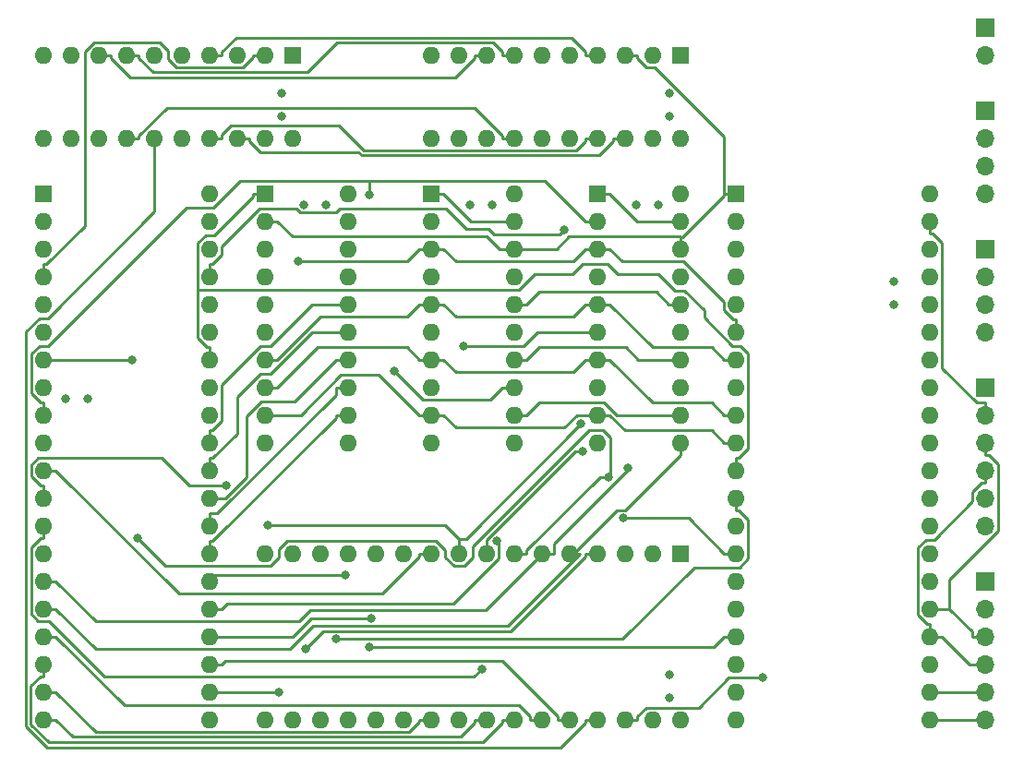
<source format=gtl>
G04 #@! TF.GenerationSoftware,KiCad,Pcbnew,6.0.5-a6ca702e91~116~ubuntu20.04.1*
G04 #@! TF.CreationDate,2022-05-31T07:59:30+02:00*
G04 #@! TF.ProjectId,PZ1_Pico,505a315f-5069-4636-9f2e-6b696361645f,rev?*
G04 #@! TF.SameCoordinates,Original*
G04 #@! TF.FileFunction,Copper,L1,Top*
G04 #@! TF.FilePolarity,Positive*
%FSLAX46Y46*%
G04 Gerber Fmt 4.6, Leading zero omitted, Abs format (unit mm)*
G04 Created by KiCad (PCBNEW 6.0.5-a6ca702e91~116~ubuntu20.04.1) date 2022-05-31 07:59:30*
%MOMM*%
%LPD*%
G01*
G04 APERTURE LIST*
G04 #@! TA.AperFunction,ComponentPad*
%ADD10R,1.600000X1.600000*%
G04 #@! TD*
G04 #@! TA.AperFunction,ComponentPad*
%ADD11O,1.600000X1.600000*%
G04 #@! TD*
G04 #@! TA.AperFunction,ComponentPad*
%ADD12R,1.700000X1.700000*%
G04 #@! TD*
G04 #@! TA.AperFunction,ComponentPad*
%ADD13O,1.700000X1.700000*%
G04 #@! TD*
G04 #@! TA.AperFunction,ViaPad*
%ADD14C,0.800000*%
G04 #@! TD*
G04 #@! TA.AperFunction,Conductor*
%ADD15C,0.250000*%
G04 #@! TD*
G04 APERTURE END LIST*
D10*
X147320000Y-93980000D03*
D11*
X144780000Y-93980000D03*
X142240000Y-93980000D03*
X139700000Y-93980000D03*
X137160000Y-93980000D03*
X134620000Y-93980000D03*
X132080000Y-93980000D03*
X129540000Y-93980000D03*
X127000000Y-93980000D03*
X124460000Y-93980000D03*
X124460000Y-101600000D03*
X127000000Y-101600000D03*
X129540000Y-101600000D03*
X132080000Y-101600000D03*
X134620000Y-101600000D03*
X137160000Y-101600000D03*
X139700000Y-101600000D03*
X142240000Y-101600000D03*
X144780000Y-101600000D03*
X147320000Y-101600000D03*
D10*
X175260000Y-106685000D03*
D11*
X175260000Y-109225000D03*
X175260000Y-111765000D03*
X175260000Y-114305000D03*
X175260000Y-116845000D03*
X175260000Y-119385000D03*
X175260000Y-121925000D03*
X175260000Y-124465000D03*
X175260000Y-127005000D03*
X175260000Y-129545000D03*
X182880000Y-129545000D03*
X182880000Y-127005000D03*
X182880000Y-124465000D03*
X182880000Y-121925000D03*
X182880000Y-119385000D03*
X182880000Y-116845000D03*
X182880000Y-114305000D03*
X182880000Y-111765000D03*
X182880000Y-109225000D03*
X182880000Y-106685000D03*
D10*
X182880000Y-139720000D03*
D11*
X180340000Y-139720000D03*
X177800000Y-139720000D03*
X175260000Y-139720000D03*
X172720000Y-139720000D03*
X170180000Y-139720000D03*
X167640000Y-139720000D03*
X165100000Y-139720000D03*
X162560000Y-139720000D03*
X160020000Y-139720000D03*
X157480000Y-139720000D03*
X154940000Y-139720000D03*
X152400000Y-139720000D03*
X149860000Y-139720000D03*
X147320000Y-139720000D03*
X144780000Y-139720000D03*
X144780000Y-154960000D03*
X147320000Y-154960000D03*
X149860000Y-154960000D03*
X152400000Y-154960000D03*
X154940000Y-154960000D03*
X157480000Y-154960000D03*
X160020000Y-154960000D03*
X162560000Y-154960000D03*
X165100000Y-154960000D03*
X167640000Y-154960000D03*
X170180000Y-154960000D03*
X172720000Y-154960000D03*
X175260000Y-154960000D03*
X177800000Y-154960000D03*
X180340000Y-154960000D03*
X182880000Y-154960000D03*
D10*
X160020000Y-106685000D03*
D11*
X160020000Y-109225000D03*
X160020000Y-111765000D03*
X160020000Y-114305000D03*
X160020000Y-116845000D03*
X160020000Y-119385000D03*
X160020000Y-121925000D03*
X160020000Y-124465000D03*
X160020000Y-127005000D03*
X160020000Y-129545000D03*
X167640000Y-129545000D03*
X167640000Y-127005000D03*
X167640000Y-124465000D03*
X167640000Y-121925000D03*
X167640000Y-119385000D03*
X167640000Y-116845000D03*
X167640000Y-114305000D03*
X167640000Y-111765000D03*
X167640000Y-109225000D03*
X167640000Y-106685000D03*
D12*
X210820000Y-111760000D03*
D13*
X210820000Y-114300000D03*
X210820000Y-116840000D03*
X210820000Y-119380000D03*
D10*
X124455000Y-106680000D03*
D11*
X124455000Y-109220000D03*
X124455000Y-111760000D03*
X124455000Y-114300000D03*
X124455000Y-116840000D03*
X124455000Y-119380000D03*
X124455000Y-121920000D03*
X124455000Y-124460000D03*
X124455000Y-127000000D03*
X124455000Y-129540000D03*
X124455000Y-132080000D03*
X124455000Y-134620000D03*
X124455000Y-137160000D03*
X124455000Y-139700000D03*
X124455000Y-142240000D03*
X124455000Y-144780000D03*
X124455000Y-147320000D03*
X124455000Y-149860000D03*
X124455000Y-152400000D03*
X124455000Y-154940000D03*
X139695000Y-154940000D03*
X139695000Y-152400000D03*
X139695000Y-149860000D03*
X139695000Y-147320000D03*
X139695000Y-144780000D03*
X139695000Y-142240000D03*
X139695000Y-139700000D03*
X139695000Y-137160000D03*
X139695000Y-134620000D03*
X139695000Y-132080000D03*
X139695000Y-129540000D03*
X139695000Y-127000000D03*
X139695000Y-124460000D03*
X139695000Y-121920000D03*
X139695000Y-119380000D03*
X139695000Y-116840000D03*
X139695000Y-114300000D03*
X139695000Y-111760000D03*
X139695000Y-109220000D03*
X139695000Y-106680000D03*
D12*
X210820000Y-142240000D03*
D13*
X210820000Y-144780000D03*
X210820000Y-147320000D03*
X210820000Y-149860000D03*
X210820000Y-152400000D03*
X210820000Y-154940000D03*
D12*
X210820000Y-99060000D03*
D13*
X210820000Y-101600000D03*
X210820000Y-104140000D03*
X210820000Y-106680000D03*
D12*
X210820000Y-91440000D03*
D13*
X210820000Y-93980000D03*
D10*
X187960000Y-106680000D03*
D11*
X187960000Y-109220000D03*
X187960000Y-111760000D03*
X187960000Y-114300000D03*
X187960000Y-116840000D03*
X187960000Y-119380000D03*
X187960000Y-121920000D03*
X187960000Y-124460000D03*
X187960000Y-127000000D03*
X187960000Y-129540000D03*
X187960000Y-132080000D03*
X187960000Y-134620000D03*
X187960000Y-137160000D03*
X187960000Y-139700000D03*
X187960000Y-142240000D03*
X187960000Y-144780000D03*
X187960000Y-147320000D03*
X187960000Y-149860000D03*
X187960000Y-152400000D03*
X187960000Y-154940000D03*
X205740000Y-154940000D03*
X205740000Y-152400000D03*
X205740000Y-149860000D03*
X205740000Y-147320000D03*
X205740000Y-144780000D03*
X205740000Y-142240000D03*
X205740000Y-139700000D03*
X205740000Y-137160000D03*
X205740000Y-134620000D03*
X205740000Y-132080000D03*
X205740000Y-129540000D03*
X205740000Y-127000000D03*
X205740000Y-124460000D03*
X205740000Y-121920000D03*
X205740000Y-119380000D03*
X205740000Y-116840000D03*
X205740000Y-114300000D03*
X205740000Y-111760000D03*
X205740000Y-109220000D03*
X205740000Y-106680000D03*
D12*
X210820000Y-124460000D03*
D13*
X210820000Y-127000000D03*
X210820000Y-129540000D03*
X210820000Y-132080000D03*
X210820000Y-134620000D03*
X210820000Y-137160000D03*
D10*
X182880000Y-93980000D03*
D11*
X180340000Y-93980000D03*
X177800000Y-93980000D03*
X175260000Y-93980000D03*
X172720000Y-93980000D03*
X170180000Y-93980000D03*
X167640000Y-93980000D03*
X165100000Y-93980000D03*
X162560000Y-93980000D03*
X160020000Y-93980000D03*
X160020000Y-101600000D03*
X162560000Y-101600000D03*
X165100000Y-101600000D03*
X167640000Y-101600000D03*
X170180000Y-101600000D03*
X172720000Y-101600000D03*
X175260000Y-101600000D03*
X177800000Y-101600000D03*
X180340000Y-101600000D03*
X182880000Y-101600000D03*
D10*
X144780000Y-106685000D03*
D11*
X144780000Y-109225000D03*
X144780000Y-111765000D03*
X144780000Y-114305000D03*
X144780000Y-116845000D03*
X144780000Y-119385000D03*
X144780000Y-121925000D03*
X144780000Y-124465000D03*
X144780000Y-127005000D03*
X144780000Y-129545000D03*
X152400000Y-129545000D03*
X152400000Y-127005000D03*
X152400000Y-124465000D03*
X152400000Y-121925000D03*
X152400000Y-119385000D03*
X152400000Y-116845000D03*
X152400000Y-114305000D03*
X152400000Y-111765000D03*
X152400000Y-109225000D03*
X152400000Y-106685000D03*
D14*
X165998500Y-138550700D03*
X154472700Y-145640700D03*
X156583600Y-122958400D03*
X154332000Y-148280100D03*
X177629800Y-136474500D03*
X172184700Y-110049200D03*
X132616500Y-121920000D03*
X151310900Y-147554800D03*
X147856500Y-112890300D03*
X190441600Y-151107800D03*
X152129100Y-141677300D03*
X154341800Y-106806400D03*
X162933400Y-120655000D03*
X141249400Y-133442200D03*
X144991600Y-137099600D03*
X173759100Y-127836400D03*
X173877200Y-130308600D03*
X164642500Y-150299600D03*
X176293600Y-132724900D03*
X133070900Y-138282700D03*
X178032600Y-131901500D03*
X146057000Y-152400000D03*
X148473800Y-148434800D03*
X202438000Y-116840000D03*
X180848000Y-107701000D03*
X146304000Y-99568000D03*
X165608000Y-107701000D03*
X181863971Y-99568000D03*
X150368000Y-107701000D03*
X181864000Y-152908000D03*
X126487000Y-125476000D03*
X181863971Y-97493000D03*
X148293000Y-107701000D03*
X181864000Y-150833000D03*
X163533000Y-107701000D03*
X146304000Y-97493000D03*
X128519000Y-125476000D03*
X202438000Y-114765000D03*
X178773000Y-107701000D03*
D15*
X206021400Y-110345300D02*
X205740000Y-110345300D01*
X206865300Y-111189200D02*
X206021400Y-110345300D01*
X206865300Y-122678100D02*
X206865300Y-111189200D01*
X210011900Y-125824700D02*
X206865300Y-122678100D01*
X210820000Y-125824700D02*
X210011900Y-125824700D01*
X210820000Y-127000000D02*
X210820000Y-125824700D01*
X205740000Y-109220000D02*
X205740000Y-110345300D01*
X144780000Y-106685000D02*
X143654700Y-106685000D01*
X139695000Y-121920000D02*
X139695000Y-120794700D01*
X187960000Y-132080000D02*
X187960000Y-130954700D01*
X188241400Y-130954700D02*
X187960000Y-130954700D01*
X189085300Y-130110800D02*
X188241400Y-130954700D01*
X189085300Y-121376400D02*
X189085300Y-130110800D01*
X188358900Y-120650000D02*
X189085300Y-121376400D01*
X187632500Y-120650000D02*
X188358900Y-120650000D01*
X185051800Y-118069300D02*
X187632500Y-120650000D01*
X185051800Y-117404500D02*
X185051800Y-118069300D01*
X183222300Y-115575000D02*
X185051800Y-117404500D01*
X182349800Y-115575000D02*
X183222300Y-115575000D01*
X180824000Y-114049200D02*
X182349800Y-115575000D01*
X177093900Y-114049200D02*
X180824000Y-114049200D01*
X176213400Y-113168700D02*
X177093900Y-114049200D01*
X173861000Y-113168700D02*
X176213400Y-113168700D01*
X172953600Y-114076100D02*
X173861000Y-113168700D01*
X169491300Y-114076100D02*
X172953600Y-114076100D01*
X168089100Y-115478300D02*
X169491300Y-114076100D01*
X138569700Y-115478300D02*
X168089100Y-115478300D01*
X138569700Y-111241500D02*
X138569700Y-115478300D01*
X139321200Y-110490000D02*
X138569700Y-111241500D01*
X140131000Y-110490000D02*
X139321200Y-110490000D01*
X143654700Y-106966300D02*
X140131000Y-110490000D01*
X143654700Y-106685000D02*
X143654700Y-106966300D01*
X139413600Y-120794700D02*
X139695000Y-120794700D01*
X138569700Y-119950800D02*
X139413600Y-120794700D01*
X138569700Y-115478300D02*
X138569700Y-119950800D01*
X139695000Y-144780000D02*
X140820300Y-144780000D01*
X141270600Y-144329700D02*
X140820300Y-144780000D01*
X162081900Y-144329700D02*
X141270600Y-144329700D01*
X166226500Y-140185100D02*
X162081900Y-144329700D01*
X166226500Y-138778700D02*
X166226500Y-140185100D01*
X165998500Y-138550700D02*
X166226500Y-138778700D01*
X148962600Y-145640700D02*
X154472700Y-145640700D01*
X147283300Y-147320000D02*
X148962600Y-145640700D01*
X139695000Y-147320000D02*
X147283300Y-147320000D01*
X165389400Y-125590300D02*
X166514700Y-124465000D01*
X159215500Y-125590300D02*
X165389400Y-125590300D01*
X156583600Y-122958400D02*
X159215500Y-125590300D01*
X167640000Y-124465000D02*
X166514700Y-124465000D01*
X143654700Y-94172800D02*
X143654700Y-93980000D01*
X142722200Y-95105300D02*
X143654700Y-94172800D01*
X136630000Y-95105300D02*
X142722200Y-95105300D01*
X135890000Y-94365300D02*
X136630000Y-95105300D01*
X135890000Y-93593300D02*
X135890000Y-94365300D01*
X135125800Y-92829100D02*
X135890000Y-93593300D01*
X129095000Y-92829100D02*
X135125800Y-92829100D01*
X128270000Y-93654100D02*
X129095000Y-92829100D01*
X128270000Y-109641000D02*
X128270000Y-93654100D01*
X124736300Y-113174700D02*
X128270000Y-109641000D01*
X124455000Y-113174700D02*
X124736300Y-113174700D01*
X124455000Y-114300000D02*
X124455000Y-113174700D01*
X144780000Y-93980000D02*
X143654700Y-93980000D01*
X187960000Y-147320000D02*
X186834700Y-147320000D01*
X185874600Y-148280100D02*
X154332000Y-148280100D01*
X186834700Y-147320000D02*
X185874600Y-148280100D01*
X160020000Y-106685000D02*
X161145300Y-106685000D01*
X163685300Y-109225000D02*
X161145300Y-106685000D01*
X167640000Y-109225000D02*
X163685300Y-109225000D01*
X178925300Y-109225000D02*
X176385300Y-106685000D01*
X182880000Y-109225000D02*
X178925300Y-109225000D01*
X175260000Y-106685000D02*
X176385300Y-106685000D01*
X183609200Y-136474500D02*
X177629800Y-136474500D01*
X186834700Y-139700000D02*
X183609200Y-136474500D01*
X139976400Y-113174700D02*
X139695000Y-113174700D01*
X140820300Y-112330800D02*
X139976400Y-113174700D01*
X140820300Y-111559000D02*
X140820300Y-112330800D01*
X144298100Y-108081200D02*
X140820300Y-111559000D01*
X147647500Y-108081200D02*
X144298100Y-108081200D01*
X148004900Y-108438600D02*
X147647500Y-108081200D01*
X151262400Y-108438600D02*
X148004900Y-108438600D01*
X151659600Y-108041400D02*
X151262400Y-108438600D01*
X161371700Y-108041400D02*
X151659600Y-108041400D01*
X163230100Y-109899800D02*
X161371700Y-108041400D01*
X165257300Y-109899800D02*
X163230100Y-109899800D01*
X165772100Y-110414600D02*
X165257300Y-109899800D01*
X171819300Y-110414600D02*
X165772100Y-110414600D01*
X172184700Y-110049200D02*
X171819300Y-110414600D01*
X139695000Y-114300000D02*
X139695000Y-113174700D01*
X187960000Y-139700000D02*
X186834700Y-139700000D01*
X187960000Y-134620000D02*
X187960000Y-135745300D01*
X124455000Y-121920000D02*
X132616500Y-121920000D01*
X177565200Y-147554800D02*
X151310900Y-147554800D01*
X184150000Y-140970000D02*
X177565200Y-147554800D01*
X188298700Y-140970000D02*
X184150000Y-140970000D01*
X189085300Y-140183400D02*
X188298700Y-140970000D01*
X189085300Y-136589200D02*
X189085300Y-140183400D01*
X188241400Y-135745300D02*
X189085300Y-136589200D01*
X187960000Y-135745300D02*
X188241400Y-135745300D01*
X177800000Y-101600000D02*
X176674700Y-101600000D01*
X142240000Y-101600000D02*
X143365300Y-101600000D01*
X160020000Y-127005000D02*
X161145300Y-127005000D01*
X143365300Y-101881400D02*
X143365300Y-101600000D01*
X144365900Y-102882000D02*
X143365300Y-101881400D01*
X153328900Y-102882000D02*
X144365900Y-102882000D01*
X153622500Y-103175600D02*
X153328900Y-102882000D01*
X175380400Y-103175600D02*
X153622500Y-103175600D01*
X176674700Y-101881300D02*
X175380400Y-103175600D01*
X176674700Y-101600000D02*
X176674700Y-101881300D01*
X175055300Y-127005000D02*
X174134700Y-127005000D01*
X175055300Y-127005000D02*
X175260000Y-127005000D01*
X185709400Y-128414700D02*
X186834700Y-129540000D01*
X177795000Y-128414700D02*
X185709400Y-128414700D01*
X176385300Y-127005000D02*
X177795000Y-128414700D01*
X175260000Y-127005000D02*
X176385300Y-127005000D01*
X187960000Y-129540000D02*
X186834700Y-129540000D01*
X162270600Y-128130300D02*
X161145300Y-127005000D01*
X172225400Y-128130300D02*
X162270600Y-128130300D01*
X173350700Y-127005000D02*
X172225400Y-128130300D01*
X174134700Y-127005000D02*
X173350700Y-127005000D01*
X155224500Y-123334800D02*
X158894700Y-127005000D01*
X151730000Y-123334800D02*
X155224500Y-123334800D01*
X148059800Y-127005000D02*
X151730000Y-123334800D01*
X144780000Y-127005000D02*
X148059800Y-127005000D01*
X160020000Y-127005000D02*
X158894700Y-127005000D01*
X180335000Y-125874700D02*
X176385300Y-121925000D01*
X185709400Y-125874700D02*
X180335000Y-125874700D01*
X186834700Y-127000000D02*
X185709400Y-125874700D01*
X187960000Y-127000000D02*
X186834700Y-127000000D01*
X175260000Y-101600000D02*
X174134700Y-101600000D01*
X139700000Y-101600000D02*
X140825300Y-101600000D01*
X140825300Y-101318600D02*
X140825300Y-101600000D01*
X141669200Y-100474700D02*
X140825300Y-101318600D01*
X151558500Y-100474700D02*
X141669200Y-100474700D01*
X153809100Y-102725300D02*
X151558500Y-100474700D01*
X173290800Y-102725300D02*
X153809100Y-102725300D01*
X174134700Y-101881400D02*
X173290800Y-102725300D01*
X174134700Y-101600000D02*
X174134700Y-101881400D01*
X157769400Y-120799700D02*
X158894700Y-121925000D01*
X149570600Y-120799700D02*
X157769400Y-120799700D01*
X145905300Y-124465000D02*
X149570600Y-120799700D01*
X144780000Y-124465000D02*
X145905300Y-124465000D01*
X160020000Y-121925000D02*
X158894700Y-121925000D01*
X175822700Y-121925000D02*
X176385300Y-121925000D01*
X175822700Y-121925000D02*
X175260000Y-121925000D01*
X162270600Y-123050300D02*
X161145300Y-121925000D01*
X173009400Y-123050300D02*
X162270600Y-123050300D01*
X174134700Y-121925000D02*
X173009400Y-123050300D01*
X160020000Y-121925000D02*
X161145300Y-121925000D01*
X175260000Y-121925000D02*
X174134700Y-121925000D01*
X167640000Y-101600000D02*
X166514700Y-101600000D01*
X132080000Y-101600000D02*
X133205300Y-101600000D01*
X185709400Y-120794700D02*
X186834700Y-121920000D01*
X180335000Y-120794700D02*
X185709400Y-120794700D01*
X176385300Y-116845000D02*
X180335000Y-120794700D01*
X175260000Y-116845000D02*
X176385300Y-116845000D01*
X187960000Y-121920000D02*
X186834700Y-121920000D01*
X173009400Y-117970300D02*
X174134700Y-116845000D01*
X162270600Y-117970300D02*
X173009400Y-117970300D01*
X161145300Y-116845000D02*
X162270600Y-117970300D01*
X160020000Y-116845000D02*
X161145300Y-116845000D01*
X175260000Y-116845000D02*
X174134700Y-116845000D01*
X133205300Y-101417500D02*
X133205300Y-101600000D01*
X135785500Y-98837300D02*
X133205300Y-101417500D01*
X163968400Y-98837300D02*
X135785500Y-98837300D01*
X166514700Y-101383600D02*
X163968400Y-98837300D01*
X166514700Y-101600000D02*
X166514700Y-101383600D01*
X157769400Y-117970300D02*
X158894700Y-116845000D01*
X149860000Y-117970300D02*
X157769400Y-117970300D01*
X145905300Y-121925000D02*
X149860000Y-117970300D01*
X144780000Y-121925000D02*
X145905300Y-121925000D01*
X160020000Y-116845000D02*
X158894700Y-116845000D01*
X162270600Y-112890300D02*
X161145300Y-111765000D01*
X173009400Y-112890300D02*
X162270600Y-112890300D01*
X174134700Y-111765000D02*
X173009400Y-112890300D01*
X160020000Y-111765000D02*
X161145300Y-111765000D01*
X174697400Y-111765000D02*
X174134700Y-111765000D01*
X160020000Y-111765000D02*
X158894700Y-111765000D01*
X157769400Y-112890300D02*
X158894700Y-111765000D01*
X147856500Y-112890300D02*
X157769400Y-112890300D01*
X187960000Y-119380000D02*
X187960000Y-118254700D01*
X174697400Y-111765000D02*
X175260000Y-111765000D01*
X187678600Y-118254700D02*
X187960000Y-118254700D01*
X186834700Y-117410800D02*
X187678600Y-118254700D01*
X186834700Y-116627300D02*
X186834700Y-117410800D01*
X183097700Y-112890300D02*
X186834700Y-116627300D01*
X177510600Y-112890300D02*
X183097700Y-112890300D01*
X176385300Y-111765000D02*
X177510600Y-112890300D01*
X175260000Y-111765000D02*
X176385300Y-111765000D01*
X129540000Y-93980000D02*
X130665300Y-93980000D01*
X165100000Y-93980000D02*
X163974700Y-93980000D01*
X163974700Y-94261400D02*
X163974700Y-93980000D01*
X162230200Y-96005900D02*
X163974700Y-94261400D01*
X132409900Y-96005900D02*
X162230200Y-96005900D01*
X130665300Y-94261300D02*
X132409900Y-96005900D01*
X130665300Y-93980000D02*
X130665300Y-94261300D01*
X177022200Y-127005000D02*
X182880000Y-127005000D01*
X175883100Y-125865900D02*
X177022200Y-127005000D01*
X169904400Y-125865900D02*
X175883100Y-125865900D01*
X168765300Y-127005000D02*
X169904400Y-125865900D01*
X167640000Y-127005000D02*
X168765300Y-127005000D01*
X167640000Y-121925000D02*
X168765300Y-121925000D01*
X167640000Y-93980000D02*
X166514700Y-93980000D01*
X132080000Y-93980000D02*
X133205300Y-93980000D01*
X179007500Y-121925000D02*
X182880000Y-121925000D01*
X177868400Y-120785900D02*
X179007500Y-121925000D01*
X169904400Y-120785900D02*
X177868400Y-120785900D01*
X168765300Y-121925000D02*
X169904400Y-120785900D01*
X166514700Y-93716300D02*
X166514700Y-93980000D01*
X165653100Y-92854700D02*
X166514700Y-93716300D01*
X151385700Y-92854700D02*
X165653100Y-92854700D01*
X148684800Y-95555600D02*
X151385700Y-92854700D01*
X134499500Y-95555600D02*
X148684800Y-95555600D01*
X133205300Y-94261400D02*
X134499500Y-95555600D01*
X133205300Y-93980000D02*
X133205300Y-94261400D01*
X139700000Y-93980000D02*
X140825300Y-93980000D01*
X175260000Y-93980000D02*
X174134700Y-93980000D01*
X140825300Y-93698700D02*
X140825300Y-93980000D01*
X142119600Y-92404400D02*
X140825300Y-93698700D01*
X172840500Y-92404400D02*
X142119600Y-92404400D01*
X174134700Y-93698600D02*
X172840500Y-92404400D01*
X174134700Y-93980000D02*
X174134700Y-93698600D01*
X169890600Y-115719700D02*
X168765300Y-116845000D01*
X180629400Y-115719700D02*
X169890600Y-115719700D01*
X181754700Y-116845000D02*
X180629400Y-115719700D01*
X182880000Y-116845000D02*
X181754700Y-116845000D01*
X167640000Y-116845000D02*
X168765300Y-116845000D01*
X144780000Y-109225000D02*
X145905300Y-109225000D01*
X167640000Y-111765000D02*
X166514700Y-111765000D01*
X182880000Y-111765000D02*
X182880000Y-110752300D01*
X167640000Y-111765000D02*
X168765300Y-111765000D01*
X166251000Y-111765000D02*
X166514700Y-111765000D01*
X165125700Y-110639700D02*
X166251000Y-111765000D01*
X147320000Y-110639700D02*
X165125700Y-110639700D01*
X145905300Y-109225000D02*
X147320000Y-110639700D01*
X182809200Y-110639700D02*
X182880000Y-110710500D01*
X172620000Y-110639700D02*
X182809200Y-110639700D01*
X171494700Y-111765000D02*
X172620000Y-110639700D01*
X168765300Y-111765000D02*
X171494700Y-111765000D01*
X182880000Y-110710500D02*
X182880000Y-110752300D01*
X186834700Y-106887000D02*
X186834700Y-106680000D01*
X183011200Y-110710500D02*
X186834700Y-106887000D01*
X182880000Y-110710500D02*
X183011200Y-110710500D01*
X187960000Y-106680000D02*
X186834700Y-106680000D01*
X186834700Y-101429800D02*
X186834700Y-106680000D01*
X180510200Y-95105300D02*
X186834700Y-101429800D01*
X179769200Y-95105300D02*
X180510200Y-95105300D01*
X178925300Y-94261400D02*
X179769200Y-95105300D01*
X178925300Y-93980000D02*
X178925300Y-94261400D01*
X177800000Y-93980000D02*
X178925300Y-93980000D01*
X177800000Y-154960000D02*
X178925300Y-154960000D01*
X187285200Y-151107800D02*
X190441600Y-151107800D01*
X184558300Y-153834700D02*
X187285200Y-151107800D01*
X179769200Y-153834700D02*
X184558300Y-153834700D01*
X178925300Y-154678600D02*
X179769200Y-153834700D01*
X178925300Y-154960000D02*
X178925300Y-154678600D01*
X134620000Y-108322400D02*
X134620000Y-101600000D01*
X124832400Y-118110000D02*
X134620000Y-108322400D01*
X124084200Y-118110000D02*
X124832400Y-118110000D01*
X122830800Y-119363400D02*
X124084200Y-118110000D01*
X122830800Y-155558400D02*
X122830800Y-119363400D01*
X124764300Y-157491900D02*
X122830800Y-155558400D01*
X171884100Y-157491900D02*
X124764300Y-157491900D01*
X174134700Y-155241300D02*
X171884100Y-157491900D01*
X174134700Y-154960000D02*
X174134700Y-155241300D01*
X175260000Y-154960000D02*
X174134700Y-154960000D01*
X172720000Y-154960000D02*
X171594700Y-154960000D01*
X139695000Y-149860000D02*
X140820300Y-149860000D01*
X171594700Y-154678700D02*
X171594700Y-154960000D01*
X166490300Y-149574300D02*
X171594700Y-154678700D01*
X141106000Y-149574300D02*
X166490300Y-149574300D01*
X140820300Y-149860000D02*
X141106000Y-149574300D01*
X124455000Y-147320000D02*
X125580300Y-147320000D01*
X170180000Y-154960000D02*
X169054700Y-154960000D01*
X169054700Y-154678700D02*
X169054700Y-154960000D01*
X168015500Y-153639500D02*
X169054700Y-154678700D01*
X131899800Y-153639500D02*
X168015500Y-153639500D01*
X125580300Y-147320000D02*
X131899800Y-153639500D01*
X124455000Y-149860000D02*
X124455000Y-150985300D01*
X167640000Y-154960000D02*
X166514700Y-154960000D01*
X124173700Y-150985300D02*
X124455000Y-150985300D01*
X123285900Y-151873100D02*
X124173700Y-150985300D01*
X123285900Y-155364900D02*
X123285900Y-151873100D01*
X124915800Y-156994800D02*
X123285900Y-155364900D01*
X164761200Y-156994800D02*
X124915800Y-156994800D01*
X166514700Y-155241300D02*
X164761200Y-156994800D01*
X166514700Y-154960000D02*
X166514700Y-155241300D01*
X124455000Y-154940000D02*
X125580300Y-154940000D01*
X165100000Y-154960000D02*
X163974700Y-154960000D01*
X127175900Y-156535600D02*
X125580300Y-154940000D01*
X162680500Y-156535600D02*
X127175900Y-156535600D01*
X163974700Y-155241400D02*
X162680500Y-156535600D01*
X163974700Y-154960000D02*
X163974700Y-155241400D01*
X158894700Y-155152800D02*
X158894700Y-154960000D01*
X157962200Y-156085300D02*
X158894700Y-155152800D01*
X129265600Y-156085300D02*
X157962200Y-156085300D01*
X125580300Y-152400000D02*
X129265600Y-156085300D01*
X160020000Y-154960000D02*
X158894700Y-154960000D01*
X124455000Y-152400000D02*
X125580300Y-152400000D01*
X139695000Y-142240000D02*
X139695000Y-141677300D01*
X139695000Y-141677300D02*
X152129100Y-141677300D01*
X139983800Y-138574700D02*
X139695000Y-138574700D01*
X151274700Y-127283800D02*
X139983800Y-138574700D01*
X151274700Y-127005000D02*
X151274700Y-127283800D01*
X152400000Y-127005000D02*
X151274700Y-127005000D01*
X139695000Y-139700000D02*
X139695000Y-138574700D01*
X140402100Y-136034700D02*
X139695000Y-136034700D01*
X151274700Y-125162100D02*
X140402100Y-136034700D01*
X151274700Y-124465000D02*
X151274700Y-125162100D01*
X152400000Y-124465000D02*
X151274700Y-124465000D01*
X139695000Y-137160000D02*
X139695000Y-136034700D01*
X141159800Y-134620000D02*
X139695000Y-134620000D01*
X143065300Y-132714500D02*
X141159800Y-134620000D01*
X143065300Y-127098000D02*
X143065300Y-132714500D01*
X144428300Y-125735000D02*
X143065300Y-127098000D01*
X147464700Y-125735000D02*
X144428300Y-125735000D01*
X151274700Y-121925000D02*
X147464700Y-125735000D01*
X152400000Y-121925000D02*
X151274700Y-121925000D01*
X139976300Y-130954700D02*
X139695000Y-130954700D01*
X142235000Y-128696000D02*
X139976300Y-130954700D01*
X142235000Y-125338900D02*
X142235000Y-128696000D01*
X144378900Y-123195000D02*
X142235000Y-125338900D01*
X145310200Y-123195000D02*
X144378900Y-123195000D01*
X149120200Y-119385000D02*
X145310200Y-123195000D01*
X152400000Y-119385000D02*
X149120200Y-119385000D01*
X139695000Y-132080000D02*
X139695000Y-130954700D01*
X139976400Y-128414700D02*
X139695000Y-128414700D01*
X140820300Y-127570800D02*
X139976400Y-128414700D01*
X140820300Y-124213600D02*
X140820300Y-127570800D01*
X144378900Y-120655000D02*
X140820300Y-124213600D01*
X145310200Y-120655000D02*
X144378900Y-120655000D01*
X149120200Y-116845000D02*
X145310200Y-120655000D01*
X152400000Y-116845000D02*
X149120200Y-116845000D01*
X139695000Y-129540000D02*
X139695000Y-128414700D01*
X175260000Y-109225000D02*
X174134700Y-109225000D01*
X154341800Y-105519200D02*
X154341800Y-106806400D01*
X170428900Y-105519200D02*
X154341800Y-105519200D01*
X174134700Y-109225000D02*
X170428900Y-105519200D01*
X124173600Y-125874700D02*
X124455000Y-125874700D01*
X123329700Y-125030800D02*
X124173600Y-125874700D01*
X123329700Y-121394800D02*
X123329700Y-125030800D01*
X124074500Y-120650000D02*
X123329700Y-121394800D01*
X124861500Y-120650000D02*
X124074500Y-120650000D01*
X137561500Y-107950000D02*
X124861500Y-120650000D01*
X140025500Y-107950000D02*
X137561500Y-107950000D01*
X142456300Y-105519200D02*
X140025500Y-107950000D01*
X154341800Y-105519200D02*
X142456300Y-105519200D01*
X124455000Y-127000000D02*
X124455000Y-125874700D01*
X168445900Y-120655000D02*
X162933400Y-120655000D01*
X169715900Y-119385000D02*
X168445900Y-120655000D01*
X175260000Y-119385000D02*
X169715900Y-119385000D01*
X158894700Y-140001300D02*
X158894700Y-139720000D01*
X155509300Y-143386700D02*
X158894700Y-140001300D01*
X136887000Y-143386700D02*
X155509300Y-143386700D01*
X125580300Y-132080000D02*
X136887000Y-143386700D01*
X124455000Y-132080000D02*
X125580300Y-132080000D01*
X160020000Y-139720000D02*
X158894700Y-139720000D01*
X124455000Y-134620000D02*
X124455000Y-133494700D01*
X162560000Y-139720000D02*
X162560000Y-138409800D01*
X161249800Y-137099600D02*
X144991600Y-137099600D01*
X162560000Y-138409800D02*
X161249800Y-137099600D01*
X137790500Y-133442200D02*
X141249400Y-133442200D01*
X135287300Y-130939000D02*
X137790500Y-133442200D01*
X123973700Y-130939000D02*
X135287300Y-130939000D01*
X123321300Y-131591400D02*
X123973700Y-130939000D01*
X123321300Y-132642300D02*
X123321300Y-131591400D01*
X124173700Y-133494700D02*
X123321300Y-132642300D01*
X124455000Y-133494700D02*
X124173700Y-133494700D01*
X163185700Y-138409800D02*
X173759100Y-127836400D01*
X162560000Y-138409800D02*
X163185700Y-138409800D01*
X124455000Y-137160000D02*
X124455000Y-138285300D01*
X165100000Y-139720000D02*
X165100000Y-138594700D01*
X163933800Y-151008300D02*
X164642500Y-150299600D01*
X130024900Y-151008300D02*
X163933800Y-151008300D01*
X124922000Y-145905400D02*
X130024900Y-151008300D01*
X123968800Y-145905400D02*
X124922000Y-145905400D01*
X123326400Y-145263000D02*
X123968800Y-145905400D01*
X123326400Y-139132600D02*
X123326400Y-145263000D01*
X124173700Y-138285300D02*
X123326400Y-139132600D01*
X124455000Y-138285300D02*
X124173700Y-138285300D01*
X173214900Y-130308600D02*
X173877200Y-130308600D01*
X165100000Y-138423500D02*
X173214900Y-130308600D01*
X165100000Y-138594700D02*
X165100000Y-138423500D01*
X167640000Y-139720000D02*
X168765300Y-139720000D01*
X175479100Y-132724900D02*
X176293600Y-132724900D01*
X168765300Y-139438700D02*
X175479100Y-132724900D01*
X168765300Y-139720000D02*
X168765300Y-139438700D01*
X176400500Y-132618000D02*
X176293600Y-132724900D01*
X176400500Y-129063300D02*
X176400500Y-132618000D01*
X175743100Y-128405900D02*
X176400500Y-129063300D01*
X174461200Y-128405900D02*
X175743100Y-128405900D01*
X163830000Y-139037100D02*
X174461200Y-128405900D01*
X163830000Y-140103700D02*
X163830000Y-139037100D01*
X163063700Y-140870000D02*
X163830000Y-140103700D01*
X162109700Y-140870000D02*
X163063700Y-140870000D01*
X161290000Y-140050300D02*
X162109700Y-140870000D01*
X161290000Y-139393200D02*
X161290000Y-140050300D01*
X160429700Y-138532900D02*
X161290000Y-139393200D01*
X146842200Y-138532900D02*
X160429700Y-138532900D01*
X146050000Y-139325100D02*
X146842200Y-138532900D01*
X146050000Y-140055700D02*
X146050000Y-139325100D01*
X145254900Y-140850800D02*
X146050000Y-140055700D01*
X135639000Y-140850800D02*
X145254900Y-140850800D01*
X133070900Y-138282700D02*
X135639000Y-140850800D01*
X124455000Y-142240000D02*
X125580300Y-142240000D01*
X164984600Y-144915400D02*
X170180000Y-139720000D01*
X148896800Y-144915400D02*
X164984600Y-144915400D01*
X147897000Y-145915200D02*
X148896800Y-144915400D01*
X129255500Y-145915200D02*
X147897000Y-145915200D01*
X125580300Y-142240000D02*
X129255500Y-145915200D01*
X178032600Y-132056400D02*
X178032600Y-131901500D01*
X171305300Y-138783700D02*
X178032600Y-132056400D01*
X171305300Y-139720000D02*
X171305300Y-138783700D01*
X170180000Y-139720000D02*
X171305300Y-139720000D01*
X124455000Y-144780000D02*
X125580300Y-144780000D01*
X172720000Y-139720000D02*
X173043400Y-139720000D01*
X173043400Y-139720000D02*
X173668400Y-139720000D01*
X182880000Y-129545000D02*
X182880000Y-130670300D01*
X177014200Y-135749200D02*
X173043400Y-139720000D01*
X177801100Y-135749200D02*
X177014200Y-135749200D01*
X182880000Y-130670300D02*
X177801100Y-135749200D01*
X167022400Y-146366000D02*
X173668400Y-139720000D01*
X149165400Y-146366000D02*
X167022400Y-146366000D01*
X147085000Y-148446400D02*
X149165400Y-146366000D01*
X129246700Y-148446400D02*
X147085000Y-148446400D01*
X125580300Y-144780000D02*
X129246700Y-148446400D01*
X139695000Y-152400000D02*
X146057000Y-152400000D01*
X175260000Y-139720000D02*
X174134700Y-139720000D01*
X174134700Y-140001300D02*
X174134700Y-139720000D01*
X167319700Y-146816300D02*
X174134700Y-140001300D01*
X150092300Y-146816300D02*
X167319700Y-146816300D01*
X148473800Y-148434800D02*
X150092300Y-146816300D01*
X205740000Y-152400000D02*
X210820000Y-152400000D01*
X205740000Y-154940000D02*
X210820000Y-154940000D01*
X209405300Y-149860000D02*
X210820000Y-149860000D01*
X206865300Y-147320000D02*
X209405300Y-149860000D01*
X205740000Y-147320000D02*
X206865300Y-147320000D01*
X205458600Y-146194700D02*
X205740000Y-146194700D01*
X204614700Y-145350800D02*
X205458600Y-146194700D01*
X204614700Y-139182500D02*
X204614700Y-145350800D01*
X205367200Y-138430000D02*
X204614700Y-139182500D01*
X206119800Y-138430000D02*
X205367200Y-138430000D01*
X209644700Y-134905100D02*
X206119800Y-138430000D01*
X209644700Y-134063200D02*
X209644700Y-134905100D01*
X210452600Y-133255300D02*
X209644700Y-134063200D01*
X210820000Y-133255300D02*
X210452600Y-133255300D01*
X210820000Y-132080000D02*
X210820000Y-133255300D01*
X205740000Y-147320000D02*
X205740000Y-146194700D01*
X205740000Y-144780000D02*
X206865300Y-144780000D01*
X210820000Y-129540000D02*
X210820000Y-130715300D01*
X207547700Y-144780000D02*
X206865300Y-144780000D01*
X207547700Y-142103300D02*
X207547700Y-144780000D01*
X212005000Y-137646000D02*
X207547700Y-142103300D01*
X212005000Y-131533000D02*
X212005000Y-137646000D01*
X211187300Y-130715300D02*
X212005000Y-131533000D01*
X210820000Y-130715300D02*
X211187300Y-130715300D01*
X209644700Y-146877000D02*
X209644700Y-147320000D01*
X207547700Y-144780000D02*
X209644700Y-146877000D01*
X210820000Y-147320000D02*
X209644700Y-147320000D01*
M02*

</source>
